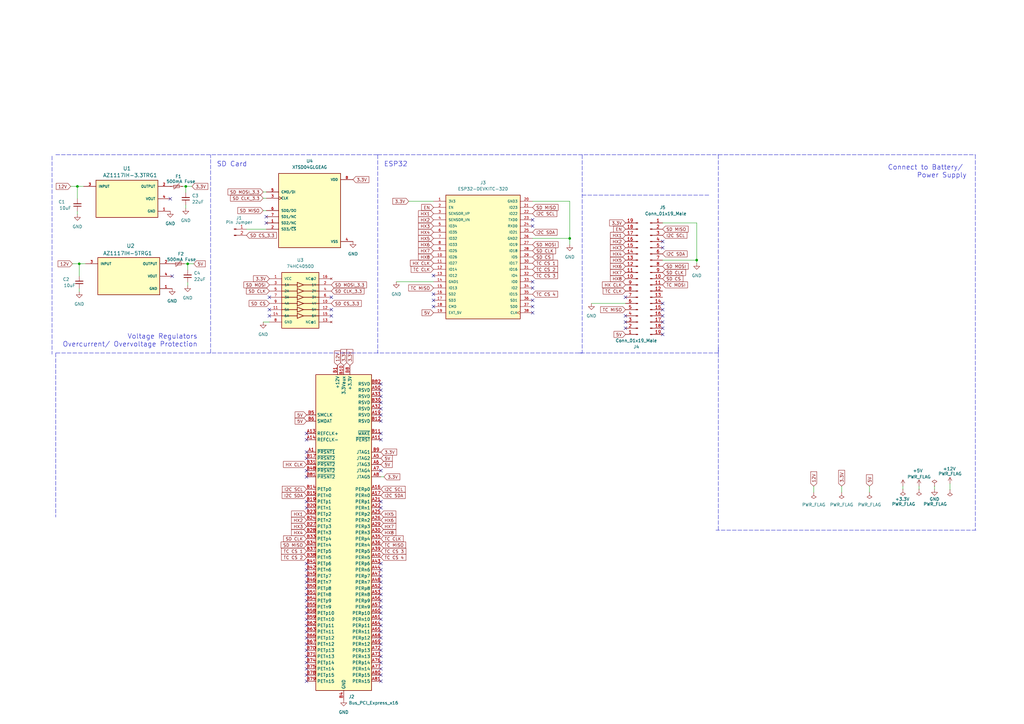
<source format=kicad_sch>
(kicad_sch (version 20211123) (generator eeschema)
  (paper "A3")
  (lib_symbols
    (symbol "AZ1117IH-3.3TRG1:AZ1117IH-3.3TRG1" (pin_names (offset 1.016))
      (property "Reference" "U" (at -12.7 8.128 0))
      (property "Value" "AZ1117IH-3.3TRG1" (at -12.7 -10.16 0))
      (symbol "AZ1117IH-3.3TRG1_0_0"
        (pin power_in line (at 17.78 -5.08 180) (length 5.08) (name "GND") (number "1"))
        (pin output line (at 17.78 5.08 180) (length 5.08) (name "OUTPUT") (number "2"))
        (pin input line (at -17.78 5.08 0) (length 5.08) (name "INPUT") (number "3"))
        (pin output line (at 17.78 0 180) (length 5.08) (name "VOUT") (number "4"))
      )
    )
    (symbol "Buf_74HC4050D:74HC4050D" (pin_names (offset 1.016))
      (property "Reference" "U" (at -7.38 11.9607 0))
      (property "Value" "74HC4050D" (at -7.6329 -13.7392 0))
      (symbol "74HC4050D_0_0"
        (pin power_in line (at -12.7 8.89 0) (length 5.08) (name "VCC") (number "1"))
        (pin output line (at 12.7 -1.27 180) (length 5.08) (name "4Y") (number "10"))
        (pin input line (at -12.7 -3.81 0) (length 5.08) (name "5A") (number "11"))
        (pin output line (at 12.7 -3.81 180) (length 5.08) (name "5Y") (number "12"))
        (pin no_connect line (at 12.7 -8.89 180) (length 5.08) (name "NC@1") (number "13"))
        (pin input line (at -12.7 -6.35 0) (length 5.08) (name "6A") (number "14"))
        (pin output line (at 12.7 -6.35 180) (length 5.08) (name "6Y") (number "15"))
        (pin no_connect line (at 12.7 8.89 180) (length 5.08) (name "NC@2") (number "16"))
        (pin output line (at 12.7 6.35 180) (length 5.08) (name "1Y") (number "2"))
        (pin input line (at -12.7 6.35 0) (length 5.08) (name "1A") (number "3"))
        (pin output line (at 12.7 3.81 180) (length 5.08) (name "2Y") (number "4"))
        (pin input line (at -12.7 3.81 0) (length 5.08) (name "2A") (number "5"))
        (pin output line (at 12.7 1.27 180) (length 5.08) (name "3Y") (number "6"))
        (pin input line (at -12.7 1.27 0) (length 5.08) (name "3A") (number "7"))
        (pin power_in line (at -12.7 -8.89 0) (length 5.08) (name "GND") (number "8"))
        (pin input line (at -12.7 -1.27 0) (length 5.08) (name "4A") (number "9"))
      )
    )
    (symbol "Connector:Bus_PCI_Express_x16"
      (property "Reference" "J" (at -8.89 66.04 0))
      (property "Value" "Bus_PCI_Express_x16" (at 13.97 66.04 0))
      (symbol "Bus_PCI_Express_x16_1_1"
        (pin passive line (at -15.24 33.02 0) (length 3.81) (name "~{PRSNT1}") (number "A1"))
        (pin passive line (at 2.54 68.58 270) (length 3.81) hide (name "+3.3V") (number "A10"))
        (pin input line (at 15.24 38.1 180) (length 3.81) (name "~{PERST}") (number "A11"))
        (pin passive line (at 0 -68.58 90) (length 3.81) hide (name "GND") (number "A12"))
        (pin input line (at -15.24 40.64 0) (length 3.81) (name "REFCLK+") (number "A13"))
        (pin input line (at -15.24 38.1 0) (length 3.81) (name "REFCLK-") (number "A14"))
        (pin passive line (at 0 -68.58 90) (length 3.81) hide (name "GND") (number "A15"))
        (pin output line (at 15.24 17.78 180) (length 3.81) (name "PERp0") (number "A16"))
        (pin output line (at 15.24 15.24 180) (length 3.81) (name "PERn0") (number "A17"))
        (pin passive line (at 0 -68.58 90) (length 3.81) hide (name "GND") (number "A18"))
        (pin passive line (at 15.24 48.26 180) (length 3.81) (name "RSVD") (number "A19"))
        (pin passive line (at -2.54 68.58 270) (length 3.81) hide (name "+12V") (number "A2"))
        (pin passive line (at 0 -68.58 90) (length 3.81) hide (name "GND") (number "A20"))
        (pin output line (at 15.24 12.7 180) (length 3.81) (name "PERp1") (number "A21"))
        (pin output line (at 15.24 10.16 180) (length 3.81) (name "PERn1") (number "A22"))
        (pin passive line (at 0 -68.58 90) (length 3.81) hide (name "GND") (number "A23"))
        (pin passive line (at 0 -68.58 90) (length 3.81) hide (name "GND") (number "A24"))
        (pin output line (at 15.24 7.62 180) (length 3.81) (name "PERp2") (number "A25"))
        (pin output line (at 15.24 5.08 180) (length 3.81) (name "PERn2") (number "A26"))
        (pin passive line (at 0 -68.58 90) (length 3.81) hide (name "GND") (number "A27"))
        (pin passive line (at 0 -68.58 90) (length 3.81) hide (name "GND") (number "A28"))
        (pin output line (at 15.24 2.54 180) (length 3.81) (name "PERp3") (number "A29"))
        (pin passive line (at -2.54 68.58 270) (length 3.81) hide (name "+12V") (number "A3"))
        (pin output line (at 15.24 0 180) (length 3.81) (name "PERn3") (number "A30"))
        (pin passive line (at 0 -68.58 90) (length 3.81) hide (name "GND") (number "A31"))
        (pin passive line (at 15.24 50.8 180) (length 3.81) (name "RSVD") (number "A32"))
        (pin passive line (at 15.24 55.88 180) (length 3.81) (name "RSVD") (number "A33"))
        (pin passive line (at 0 -68.58 90) (length 3.81) hide (name "GND") (number "A34"))
        (pin output line (at 15.24 -2.54 180) (length 3.81) (name "PERp4") (number "A35"))
        (pin output line (at 15.24 -5.08 180) (length 3.81) (name "PERn4") (number "A36"))
        (pin passive line (at 0 -68.58 90) (length 3.81) hide (name "GND") (number "A37"))
        (pin passive line (at 0 -68.58 90) (length 3.81) hide (name "GND") (number "A38"))
        (pin output line (at 15.24 -7.62 180) (length 3.81) (name "PERp5") (number "A39"))
        (pin passive line (at 0 -68.58 90) (length 3.81) hide (name "GND") (number "A4"))
        (pin output line (at 15.24 -10.16 180) (length 3.81) (name "PERn5") (number "A40"))
        (pin passive line (at 0 -68.58 90) (length 3.81) hide (name "GND") (number "A41"))
        (pin passive line (at 0 -68.58 90) (length 3.81) hide (name "GND") (number "A42"))
        (pin output line (at 15.24 -12.7 180) (length 3.81) (name "PERp6") (number "A43"))
        (pin output line (at 15.24 -15.24 180) (length 3.81) (name "PERn6") (number "A44"))
        (pin passive line (at 0 -68.58 90) (length 3.81) hide (name "GND") (number "A45"))
        (pin passive line (at 0 -68.58 90) (length 3.81) hide (name "GND") (number "A46"))
        (pin output line (at 15.24 -17.78 180) (length 3.81) (name "PERp7") (number "A47"))
        (pin output line (at 15.24 -20.32 180) (length 3.81) (name "PERn7") (number "A48"))
        (pin passive line (at 0 -68.58 90) (length 3.81) hide (name "GND") (number "A49"))
        (pin input line (at 15.24 30.48 180) (length 3.81) (name "JTAG2") (number "A5"))
        (pin passive line (at 15.24 58.42 180) (length 3.81) (name "RSVD") (number "A50"))
        (pin passive line (at 0 -68.58 90) (length 3.81) hide (name "GND") (number "A51"))
        (pin output line (at 15.24 -22.86 180) (length 3.81) (name "PERp8") (number "A52"))
        (pin output line (at 15.24 -25.4 180) (length 3.81) (name "PERn8") (number "A53"))
        (pin passive line (at 0 -68.58 90) (length 3.81) hide (name "GND") (number "A54"))
        (pin passive line (at 0 -68.58 90) (length 3.81) hide (name "GND") (number "A55"))
        (pin output line (at 15.24 -27.94 180) (length 3.81) (name "PERp9") (number "A56"))
        (pin output line (at 15.24 -30.48 180) (length 3.81) (name "PERn9") (number "A57"))
        (pin passive line (at 0 -68.58 90) (length 3.81) hide (name "GND") (number "A58"))
        (pin passive line (at 0 -68.58 90) (length 3.81) hide (name "GND") (number "A59"))
        (pin input line (at 15.24 27.94 180) (length 3.81) (name "JTAG3") (number "A6"))
        (pin output line (at 15.24 -33.02 180) (length 3.81) (name "PERp10") (number "A60"))
        (pin output line (at 15.24 -35.56 180) (length 3.81) (name "PERn10") (number "A61"))
        (pin passive line (at 0 -68.58 90) (length 3.81) hide (name "GND") (number "A62"))
        (pin passive line (at 0 -68.58 90) (length 3.81) hide (name "GND") (number "A63"))
        (pin output line (at 15.24 -38.1 180) (length 3.81) (name "PERp11") (number "A64"))
        (pin output line (at 15.24 -40.64 180) (length 3.81) (name "PERn11") (number "A65"))
        (pin passive line (at 0 -68.58 90) (length 3.81) hide (name "GND") (number "A66"))
        (pin passive line (at 0 -68.58 90) (length 3.81) hide (name "GND") (number "A67"))
        (pin output line (at 15.24 -43.18 180) (length 3.81) (name "PERp12") (number "A68"))
        (pin output line (at 15.24 -45.72 180) (length 3.81) (name "PERn12") (number "A69"))
        (pin output line (at 15.24 25.4 180) (length 3.81) (name "JTAG4") (number "A7"))
        (pin passive line (at 0 -68.58 90) (length 3.81) hide (name "GND") (number "A70"))
        (pin passive line (at 0 -68.58 90) (length 3.81) hide (name "GND") (number "A71"))
        (pin output line (at 15.24 -48.26 180) (length 3.81) (name "PERp13") (number "A72"))
        (pin output line (at 15.24 -50.8 180) (length 3.81) (name "PERn13") (number "A73"))
        (pin passive line (at 0 -68.58 90) (length 3.81) hide (name "GND") (number "A74"))
        (pin passive line (at 0 -68.58 90) (length 3.81) hide (name "GND") (number "A75"))
        (pin output line (at 15.24 -53.34 180) (length 3.81) (name "PERp14") (number "A76"))
        (pin output line (at 15.24 -55.88 180) (length 3.81) (name "PERn14") (number "A77"))
        (pin passive line (at 0 -68.58 90) (length 3.81) hide (name "GND") (number "A78"))
        (pin passive line (at 0 -68.58 90) (length 3.81) hide (name "GND") (number "A79"))
        (pin input line (at 15.24 22.86 180) (length 3.81) (name "JTAG5") (number "A8"))
        (pin output line (at 15.24 -58.42 180) (length 3.81) (name "PERp15") (number "A80"))
        (pin output line (at 15.24 -60.96 180) (length 3.81) (name "PERn15") (number "A81"))
        (pin passive line (at 0 -68.58 90) (length 3.81) hide (name "GND") (number "A82"))
        (pin passive line (at 2.54 68.58 270) (length 3.81) hide (name "+3.3V") (number "A9"))
        (pin power_in line (at -2.54 68.58 270) (length 3.81) (name "+12V") (number "B1"))
        (pin power_in line (at 0 68.58 270) (length 3.81) (name "3.3Vaux") (number "B10"))
        (pin open_collector line (at 15.24 40.64 180) (length 3.81) (name "~{WAKE}") (number "B11"))
        (pin passive line (at 15.24 45.72 180) (length 3.81) (name "RSVD") (number "B12"))
        (pin passive line (at 0 -68.58 90) (length 3.81) hide (name "GND") (number "B13"))
        (pin input line (at -15.24 17.78 0) (length 3.81) (name "PETp0") (number "B14"))
        (pin input line (at -15.24 15.24 0) (length 3.81) (name "PETn0") (number "B15"))
        (pin passive line (at 0 -68.58 90) (length 3.81) hide (name "GND") (number "B16"))
        (pin passive line (at -15.24 30.48 0) (length 3.81) (name "~{PRSNT2}") (number "B17"))
        (pin passive line (at 0 -68.58 90) (length 3.81) hide (name "GND") (number "B18"))
        (pin input line (at -15.24 12.7 0) (length 3.81) (name "PETp1") (number "B19"))
        (pin passive line (at -2.54 68.58 270) (length 3.81) hide (name "+12V") (number "B2"))
        (pin input line (at -15.24 10.16 0) (length 3.81) (name "PETn1") (number "B20"))
        (pin passive line (at 0 -68.58 90) (length 3.81) hide (name "GND") (number "B21"))
        (pin passive line (at 0 -68.58 90) (length 3.81) hide (name "GND") (number "B22"))
        (pin input line (at -15.24 7.62 0) (length 3.81) (name "PETp2") (number "B23"))
        (pin input line (at -15.24 5.08 0) (length 3.81) (name "PETn2") (number "B24"))
        (pin passive line (at 0 -68.58 90) (length 3.81) hide (name "GND") (number "B25"))
        (pin passive line (at 0 -68.58 90) (length 3.81) hide (name "GND") (number "B26"))
        (pin input line (at -15.24 2.54 0) (length 3.81) (name "PETp3") (number "B27"))
        (pin input line (at -15.24 0 0) (length 3.81) (name "PETn3") (number "B28"))
        (pin passive line (at 0 -68.58 90) (length 3.81) hide (name "GND") (number "B29"))
        (pin passive line (at -2.54 68.58 270) (length 3.81) hide (name "+12V") (number "B3"))
        (pin passive line (at 15.24 53.34 180) (length 3.81) (name "RSVD") (number "B30"))
        (pin passive line (at -15.24 27.94 0) (length 3.81) (name "~{PRSNT2}") (number "B31"))
        (pin passive line (at 0 -68.58 90) (length 3.81) hide (name "GND") (number "B32"))
        (pin input line (at -15.24 -2.54 0) (length 3.81) (name "PETp4") (number "B33"))
        (pin input line (at -15.24 -5.08 0) (length 3.81) (name "PETn4") (number "B34"))
        (pin passive line (at 0 -68.58 90) (length 3.81) hide (name "GND") (number "B35"))
        (pin passive line (at 0 -68.58 90) (length 3.81) hide (name "GND") (number "B36"))
        (pin input line (at -15.24 -7.62 0) (length 3.81) (name "PETp5") (number "B37"))
        (pin input line (at -15.24 -10.16 0) (length 3.81) (name "PETn5") (number "B38"))
        (pin passive line (at 0 -68.58 90) (length 3.81) hide (name "GND") (number "B39"))
        (pin power_in line (at 0 -68.58 90) (length 3.81) (name "GND") (number "B4"))
        (pin passive line (at 0 -68.58 90) (length 3.81) hide (name "GND") (number "B40"))
        (pin input line (at -15.24 -12.7 0) (length 3.81) (name "PETp6") (number "B41"))
        (pin input line (at -15.24 -15.24 0) (length 3.81) (name "PETn6") (number "B42"))
        (pin passive line (at 0 -68.58 90) (length 3.81) hide (name "GND") (number "B43"))
        (pin passive line (at 0 -68.58 90) (length 3.81) hide (name "GND") (number "B44"))
        (pin input line (at -15.24 -17.78 0) (length 3.81) (name "PETp7") (number "B45"))
        (pin input line (at -15.24 -20.32 0) (length 3.81) (name "PETn7") (number "B46"))
        (pin passive line (at 0 -68.58 90) (length 3.81) hide (name "GND") (number "B47"))
        (pin passive line (at -15.24 25.4 0) (length 3.81) (name "~{PRSNT2}") (number "B48"))
        (pin passive line (at 0 -68.58 90) (length 3.81) hide (name "GND") (number "B49"))
        (pin input line (at -15.24 48.26 0) (length 3.81) (name "SMCLK") (number "B5"))
        (pin input line (at -15.24 -22.86 0) (length 3.81) (name "PETp8") (number "B50"))
        (pin input line (at -15.24 -25.4 0) (length 3.81) (name "PETn8") (number "B51"))
        (pin passive line (at 0 -68.58 90) (length 3.81) hide (name "GND") (number "B52"))
        (pin passive line (at 0 -68.58 90) (length 3.81) hide (name "GND") (number "B53"))
        (pin input line (at -15.24 -27.94 0) (length 3.81) (name "PETp9") (number "B54"))
        (pin input line (at -15.24 -30.48 0) (length 3.81) (name "PETn9") (number "B55"))
        (pin passive line (at 0 -68.58 90) (length 3.81) hide (name "GND") (number "B56"))
        (pin passive line (at 0 -68.58 90) (length 3.81) hide (name "GND") (number "B57"))
        (pin input line (at -15.24 -33.02 0) (length 3.81) (name "PETp10") (number "B58"))
        (pin input line (at -15.24 -35.56 0) (length 3.81) (name "PETn10") (number "B59"))
        (pin bidirectional line (at -15.24 45.72 0) (length 3.81) (name "SMDAT") (number "B6"))
        (pin passive line (at 0 -68.58 90) (length 3.81) hide (name "GND") (number "B60"))
        (pin passive line (at 0 -68.58 90) (length 3.81) hide (name "GND") (number "B61"))
        (pin input line (at -15.24 -38.1 0) (length 3.81) (name "PETp11") (number "B62"))
        (pin input line (at -15.24 -40.64 0) (length 3.81) (name "PETn11") (number "B63"))
        (pin passive line (at 0 -68.58 90) (length 3.81) hide (name "GND") (number "B64"))
        (pin passive line (at 0 -68.58 90) (length 3.81) hide (name "GND") (number "B65"))
        (pin input line (at -15.24 -43.18 0) (length 3.81) (name "PETp12") (number "B66"))
        (pin input line (at -15.24 -45.72 0) (length 3.81) (name "PETn12") (number "B67"))
        (pin passive line (at 0 -68.58 90) (length 3.81) hide (name "GND") (number "B68"))
        (pin passive line (at 0 -68.58 90) (length 3.81) hide (name "GND") (number "B69"))
        (pin passive line (at 0 -68.58 90) (length 3.81) hide (name "GND") (number "B7"))
        (pin input line (at -15.24 -48.26 0) (length 3.81) (name "PETp13") (number "B70"))
        (pin input line (at -15.24 -50.8 0) (length 3.81) (name "PETn13") (number "B71"))
        (pin passive line (at 0 -68.58 90) (length 3.81) hide (name "GND") (number "B72"))
        (pin passive line (at 0 -68.58 90) (length 3.81) hide (name "GND") (number "B73"))
        (pin input line (at -15.24 -53.34 0) (length 3.81) (name "PETp14") (number "B74"))
        (pin input line (at -15.24 -55.88 0) (length 3.81) (name "PETn14") (number "B75"))
        (pin passive line (at 0 -68.58 90) (length 3.81) hide (name "GND") (number "B76"))
        (pin passive line (at 0 -68.58 90) (length 3.81) hide (name "GND") (number "B77"))
        (pin input line (at -15.24 -58.42 0) (length 3.81) (name "PETp15") (number "B78"))
        (pin input line (at -15.24 -60.96 0) (length 3.81) (name "PETn15") (number "B79"))
        (pin power_in line (at 2.54 68.58 270) (length 3.81) (name "+3.3V") (number "B8"))
        (pin passive line (at 0 -68.58 90) (length 3.81) hide (name "GND") (number "B80"))
        (pin passive line (at -15.24 22.86 0) (length 3.81) (name "~{PRSNT2}") (number "B81"))
        (pin passive line (at 15.24 60.96 180) (length 3.81) (name "RSVD") (number "B82"))
        (pin input line (at 15.24 33.02 180) (length 3.81) (name "JTAG1") (number "B9"))
      )
    )
    (symbol "Connector:Conn_01x02_Male" (pin_names (offset 1.016) hide)
      (property "Reference" "J" (at 0 2.54 0))
      (property "Value" "Conn_01x02_Male" (at 0 -5.08 0))
      (symbol "Conn_01x02_Male_1_1"
        (pin passive line (at 5.08 0 180) (length 3.81) (name "Pin_1") (number "1"))
        (pin passive line (at 5.08 -2.54 180) (length 3.81) (name "Pin_2") (number "2"))
      )
    )
    (symbol "Connector:Conn_01x19_Male" (pin_names (offset 1.016) hide)
      (property "Reference" "J" (at 0 25.4 0))
      (property "Value" "Conn_01x19_Male" (at 0 -25.4 0))
      (symbol "Conn_01x19_Male_1_1"
        (pin passive line (at 5.08 22.86 180) (length 3.81) (name "Pin_1") (number "1"))
        (pin passive line (at 5.08 0 180) (length 3.81) (name "Pin_10") (number "10"))
        (pin passive line (at 5.08 -2.54 180) (length 3.81) (name "Pin_11") (number "11"))
        (pin passive line (at 5.08 -5.08 180) (length 3.81) (name "Pin_12") (number "12"))
        (pin passive line (at 5.08 -7.62 180) (length 3.81) (name "Pin_13") (number "13"))
        (pin passive line (at 5.08 -10.16 180) (length 3.81) (name "Pin_14") (number "14"))
        (pin passive line (at 5.08 -12.7 180) (length 3.81) (name "Pin_15") (number "15"))
        (pin passive line (at 5.08 -15.24 180) (length 3.81) (name "Pin_16") (number "16"))
        (pin passive line (at 5.08 -17.78 180) (length 3.81) (name "Pin_17") (number "17"))
        (pin passive line (at 5.08 -20.32 180) (length 3.81) (name "Pin_18") (number "18"))
        (pin passive line (at 5.08 -22.86 180) (length 3.81) (name "Pin_19") (number "19"))
        (pin passive line (at 5.08 20.32 180) (length 3.81) (name "Pin_2") (number "2"))
        (pin passive line (at 5.08 17.78 180) (length 3.81) (name "Pin_3") (number "3"))
        (pin passive line (at 5.08 15.24 180) (length 3.81) (name "Pin_4") (number "4"))
        (pin passive line (at 5.08 12.7 180) (length 3.81) (name "Pin_5") (number "5"))
        (pin passive line (at 5.08 10.16 180) (length 3.81) (name "Pin_6") (number "6"))
        (pin passive line (at 5.08 7.62 180) (length 3.81) (name "Pin_7") (number "7"))
        (pin passive line (at 5.08 5.08 180) (length 3.81) (name "Pin_8") (number "8"))
        (pin passive line (at 5.08 2.54 180) (length 3.81) (name "Pin_9") (number "9"))
      )
    )
    (symbol "Device:C_Small" (pin_numbers hide) (pin_names (offset 0.254) hide)
      (property "Reference" "C" (at 0.254 1.778 0))
      (property "Value" "C_Small" (at 0.254 -2.032 0))
      (symbol "C_Small_1_1"
        (pin passive line (at 0 2.54 270) (length 2.032) (name "~") (number "1"))
        (pin passive line (at 0 -2.54 90) (length 2.032) (name "~") (number "2"))
      )
    )
    (symbol "Device:Polyfuse_Small" (pin_numbers hide) (pin_names (offset 0))
      (property "Reference" "F" (at -1.905 0 90))
      (property "Value" "Polyfuse_Small" (at 1.905 0 90))
      (symbol "Polyfuse_Small_1_1"
        (pin passive line (at 0 2.54 270) (length 0.635) (name "~") (number "1"))
        (pin passive line (at 0 -2.54 90) (length 0.635) (name "~") (number "2"))
      )
    )
    (symbol "ESP32:ESP32-DEVKITC-32D" (pin_names (offset 1.016))
      (property "Reference" "U" (at -15.2654 26.0604 0))
      (property "Value" "ESP32-DEVKITC-32D" (at -15.2654 -27.9654 0))
      (symbol "ESP32-DEVKITC-32D_0_0"
        (pin power_in line (at -20.32 22.86 0) (length 5.08) (name "3V3") (number "1"))
        (pin bidirectional line (at -20.32 0 0) (length 5.08) (name "IO26") (number "10"))
        (pin bidirectional line (at -20.32 -2.54 0) (length 5.08) (name "IO27") (number "11"))
        (pin bidirectional line (at -20.32 -5.08 0) (length 5.08) (name "IO14") (number "12"))
        (pin bidirectional line (at -20.32 -7.62 0) (length 5.08) (name "IO12") (number "13"))
        (pin power_in line (at -20.32 -10.16 0) (length 5.08) (name "GND1") (number "14"))
        (pin bidirectional line (at -20.32 -12.7 0) (length 5.08) (name "IO13") (number "15"))
        (pin bidirectional line (at -20.32 -15.24 0) (length 5.08) (name "SD2") (number "16"))
        (pin bidirectional line (at -20.32 -17.78 0) (length 5.08) (name "SD3") (number "17"))
        (pin bidirectional line (at -20.32 -20.32 0) (length 5.08) (name "CMD") (number "18"))
        (pin power_in line (at -20.32 -22.86 0) (length 5.08) (name "EXT_5V") (number "19"))
        (pin input line (at -20.32 20.32 0) (length 5.08) (name "EN") (number "2"))
        (pin power_in line (at 20.32 22.86 180) (length 5.08) (name "GND3") (number "20"))
        (pin bidirectional line (at 20.32 20.32 180) (length 5.08) (name "IO23") (number "21"))
        (pin bidirectional line (at 20.32 17.78 180) (length 5.08) (name "IO22") (number "22"))
        (pin output line (at 20.32 15.24 180) (length 5.08) (name "TXD0") (number "23"))
        (pin input line (at 20.32 12.7 180) (length 5.08) (name "RXD0") (number "24"))
        (pin bidirectional line (at 20.32 10.16 180) (length 5.08) (name "IO21") (number "25"))
        (pin power_in line (at 20.32 7.62 180) (length 5.08) (name "GND2") (number "26"))
        (pin bidirectional line (at 20.32 5.08 180) (length 5.08) (name "IO19") (number "27"))
        (pin bidirectional line (at 20.32 2.54 180) (length 5.08) (name "IO18") (number "28"))
        (pin bidirectional line (at 20.32 0 180) (length 5.08) (name "IO5") (number "29"))
        (pin input line (at -20.32 17.78 0) (length 5.08) (name "SENSOR_VP") (number "3"))
        (pin bidirectional line (at 20.32 -2.54 180) (length 5.08) (name "IO17") (number "30"))
        (pin bidirectional line (at 20.32 -5.08 180) (length 5.08) (name "IO16") (number "31"))
        (pin bidirectional line (at 20.32 -7.62 180) (length 5.08) (name "IO4") (number "32"))
        (pin bidirectional line (at 20.32 -10.16 180) (length 5.08) (name "IO0") (number "33"))
        (pin bidirectional line (at 20.32 -12.7 180) (length 5.08) (name "IO2") (number "34"))
        (pin bidirectional line (at 20.32 -15.24 180) (length 5.08) (name "IO15") (number "35"))
        (pin bidirectional line (at 20.32 -17.78 180) (length 5.08) (name "SD1") (number "36"))
        (pin bidirectional line (at 20.32 -20.32 180) (length 5.08) (name "SD0") (number "37"))
        (pin input clock (at 20.32 -22.86 180) (length 5.08) (name "CLK") (number "38"))
        (pin input line (at -20.32 15.24 0) (length 5.08) (name "SENSOR_VN") (number "4"))
        (pin bidirectional line (at -20.32 12.7 0) (length 5.08) (name "IO34") (number "5"))
        (pin bidirectional line (at -20.32 10.16 0) (length 5.08) (name "IO35") (number "6"))
        (pin bidirectional line (at -20.32 7.62 0) (length 5.08) (name "IO32") (number "7"))
        (pin bidirectional line (at -20.32 5.08 0) (length 5.08) (name "IO33") (number "8"))
        (pin bidirectional line (at -20.32 2.54 0) (length 5.08) (name "IO25") (number "9"))
      )
    )
    (symbol "GND_1" (power) (pin_names (offset 0))
      (property "Value" "GND_1" (at 0 -3.81 0))
      (symbol "GND_1_1_1"
        (pin power_in line (at 0 0 270) (length 0) hide (name "GND") (number "1"))
      )
    )
    (symbol "GND_10" (power) (pin_names (offset 0))
      (property "Value" "GND_10" (at 0 -3.81 0))
      (symbol "GND_10_1_1"
        (pin power_in line (at 0 0 270) (length 0) hide (name "GND") (number "1"))
      )
    )
    (symbol "GND_11" (power) (pin_names (offset 0))
      (property "Value" "GND_11" (at 0 -3.81 0))
      (symbol "GND_11_1_1"
        (pin power_in line (at 0 0 270) (length 0) hide (name "GND") (number "1"))
      )
    )
    (symbol "GND_12" (power) (pin_names (offset 0))
      (property "Value" "GND_12" (at 0 -3.81 0))
      (symbol "GND_12_1_1"
        (pin power_in line (at 0 0 270) (length 0) hide (name "GND") (number "1"))
      )
    )
    (symbol "GND_13" (power) (pin_names (offset 0))
      (property "Value" "GND_13" (at 0 -3.81 0))
      (symbol "GND_13_1_1"
        (pin power_in line (at 0 0 270) (length 0) hide (name "GND") (number "1"))
      )
    )
    (symbol "GND_2" (power) (pin_names (offset 0))
      (property "Value" "GND_2" (at 0 -3.81 0))
      (symbol "GND_2_1_1"
        (pin power_in line (at 0 0 270) (length 0) hide (name "GND") (number "1"))
      )
    )
    (symbol "GND_3" (power) (pin_names (offset 0))
      (property "Value" "GND_3" (at 0 -3.81 0))
      (symbol "GND_3_1_1"
        (pin power_in line (at 0 0 270) (length 0) hide (name "GND") (number "1"))
      )
    )
    (symbol "GND_4" (power) (pin_names (offset 0))
      (property "Value" "GND_4" (at 0 -3.81 0))
      (symbol "GND_4_1_1"
        (pin power_in line (at 0 0 270) (length 0) hide (name "GND") (number "1"))
      )
    )
    (symbol "GND_5" (power) (pin_names (offset 0))
      (property "Value" "GND_5" (at 0 -3.81 0))
      (symbol "GND_5_1_1"
        (pin power_in line (at 0 0 270) (length 0) hide (name "GND") (number "1"))
      )
    )
    (symbol "GND_6" (power) (pin_names (offset 0))
      (property "Value" "GND_6" (at 0 -3.81 0))
      (symbol "GND_6_1_1"
        (pin power_in line (at 0 0 270) (length 0) hide (name "GND") (number "1"))
      )
    )
    (symbol "GND_7" (power) (pin_names (offset 0))
      (property "Value" "GND_7" (at 0 -3.81 0))
      (symbol "GND_7_1_1"
        (pin power_in line (at 0 0 270) (length 0) hide (name "GND") (number "1"))
      )
    )
    (symbol "GND_8" (power) (pin_names (offset 0))
      (property "Value" "GND_8" (at 0 -3.81 0))
      (symbol "GND_8_1_1"
        (pin power_in line (at 0 0 270) (length 0) hide (name "GND") (number "1"))
      )
    )
    (symbol "GND_9" (power) (pin_names (offset 0))
      (property "Value" "GND_9" (at 0 -3.81 0))
      (symbol "GND_9_1_1"
        (pin power_in line (at 0 0 270) (length 0) hide (name "GND") (number "1"))
      )
    )
    (symbol "XTSD_NAND:XTSD04GLGEAG" (pin_names (offset 1.016))
      (property "Reference" "U" (at -12.7 16.002 0))
      (property "Value" "XTSD04GLGEAG" (at -12.7 -17.78 0))
      (symbol "XTSD04GLGEAG_0_0"
        (pin bidirectional line (at -17.78 -5.08 0) (length 5.08) (name "SD2/NC") (number "1"))
        (pin bidirectional line (at -17.78 -7.62 0) (length 5.08) (name "SD3/~{CS}") (number "2"))
        (pin input clock (at -17.78 5.08 0) (length 5.08) (name "CLK") (number "3"))
        (pin power_in line (at 17.78 -12.7 180) (length 5.08) (name "VSS") (number "4"))
        (pin input line (at -17.78 7.62 0) (length 5.08) (name "CMD/DI") (number "5"))
        (pin bidirectional line (at -17.78 0 0) (length 5.08) (name "SD0/DO") (number "6"))
        (pin bidirectional line (at -17.78 -2.54 0) (length 5.08) (name "SD1/NC") (number "7"))
        (pin power_in line (at 17.78 12.7 180) (length 5.08) (name "VDD") (number "8"))
      )
    )
    (symbol "power:+12V" (power) (pin_names (offset 0))
      (property "Value" "+12V" (at 0 3.556 0))
      (symbol "+12V_1_1"
        (pin power_in line (at 0 0 90) (length 0) hide (name "+12V") (number "1"))
      )
    )
    (symbol "power:+3.3V" (power) (pin_names (offset 0))
      (property "Value" "+3.3V" (at 0 3.556 0))
      (symbol "+3.3V_1_1"
        (pin power_in line (at 0 0 90) (length 0) hide (name "+3.3V") (number "1"))
      )
    )
    (symbol "power:+5V" (power) (pin_names (offset 0))
      (property "Value" "+5V" (at 0 3.556 0))
      (symbol "+5V_1_1"
        (pin power_in line (at 0 0 90) (length 0) hide (name "+5V") (number "1"))
      )
    )
    (symbol "power:GND" (power) (pin_names (offset 0))
      (property "Value" "GND" (at 0 -3.81 0))
      (symbol "GND_1_1"
        (pin power_in line (at 0 0 270) (length 0) hide (name "GND") (number "1"))
      )
    )
    (symbol "power:PWR_FLAG" (power) (pin_numbers hide) (pin_names (offset 0) hide)
      (property "Value" "PWR_FLAG" (at 0 3.81 0))
      (symbol "PWR_FLAG_0_0"
        (pin power_out line (at 0 0 90) (length 0) (name "pwr") (number "1"))
      )
    )
  )
  (junction (at 31.75 76.454))
  (junction (at 32.512 108.204))
  (junction (at 76.962 108.204))
  (junction (at 285.75 106.68))
  (junction (at 233.68 97.79))
  (junction (at 76.2 76.454))
  (no_connect (at 125.73 254))
  (no_connect (at 271.78 99.06))
  (no_connect (at 256.54 134.62))
  (no_connect (at 135.89 121.92))
  (no_connect (at 125.73 231.14))
  (no_connect (at 156.21 264.16))
  (no_connect (at 125.73 193.04))
  (no_connect (at 256.54 132.08))
  (no_connect (at 125.73 187.96))
  (no_connect (at 125.73 233.68))
  (no_connect (at 271.78 129.54))
  (no_connect (at 271.78 101.6))
  (no_connect (at 177.8 125.73))
  (no_connect (at 125.73 177.8))
  (no_connect (at 125.73 269.24))
  (no_connect (at 156.21 269.24))
  (no_connect (at 125.73 205.74))
  (no_connect (at 256.54 121.92))
  (no_connect (at 156.21 167.64))
  (no_connect (at 218.44 128.27))
  (no_connect (at 156.21 236.22))
  (no_connect (at 218.44 90.17))
  (no_connect (at 125.73 238.76))
  (no_connect (at 156.21 256.54))
  (no_connect (at 125.73 208.28))
  (no_connect (at 218.44 92.71))
  (no_connect (at 156.21 251.46))
  (no_connect (at 156.21 177.8))
  (no_connect (at 135.89 127))
  (no_connect (at 156.21 279.4))
  (no_connect (at 271.78 134.62))
  (no_connect (at 125.73 236.22))
  (no_connect (at 125.73 266.7))
  (no_connect (at 218.44 125.73))
  (no_connect (at 125.73 243.84))
  (no_connect (at 156.21 241.3))
  (no_connect (at 156.21 172.72))
  (no_connect (at 156.21 193.04))
  (no_connect (at 156.21 208.28))
  (no_connect (at 177.8 123.19))
  (no_connect (at 110.49 127))
  (no_connect (at 271.78 127))
  (no_connect (at 125.73 248.92))
  (no_connect (at 177.8 113.03))
  (no_connect (at 156.21 180.34))
  (no_connect (at 125.73 251.46))
  (no_connect (at 110.49 129.54))
  (no_connect (at 271.78 124.46))
  (no_connect (at 156.21 248.92))
  (no_connect (at 271.78 132.08))
  (no_connect (at 156.21 271.78))
  (no_connect (at 156.21 205.74))
  (no_connect (at 156.21 162.56))
  (no_connect (at 156.21 170.18))
  (no_connect (at 125.73 274.32))
  (no_connect (at 70.612 113.284))
  (no_connect (at 218.44 123.19))
  (no_connect (at 218.44 118.11))
  (no_connect (at 109.22 88.9))
  (no_connect (at 177.8 120.65))
  (no_connect (at 125.73 271.78))
  (no_connect (at 156.21 246.38))
  (no_connect (at 125.73 246.38))
  (no_connect (at 156.21 254))
  (no_connect (at 125.73 180.34))
  (no_connect (at 156.21 274.32))
  (no_connect (at 156.21 276.86))
  (no_connect (at 156.21 238.76))
  (no_connect (at 218.44 115.57))
  (no_connect (at 156.21 160.02))
  (no_connect (at 110.49 121.92))
  (no_connect (at 156.21 165.1))
  (no_connect (at 156.21 231.14))
  (no_connect (at 125.73 185.42))
  (no_connect (at 156.21 259.08))
  (no_connect (at 125.73 264.16))
  (no_connect (at 109.22 91.44))
  (no_connect (at 125.73 279.4))
  (no_connect (at 125.73 261.62))
  (no_connect (at 135.89 129.54))
  (no_connect (at 156.21 157.48))
  (no_connect (at 156.21 266.7))
  (no_connect (at 156.21 243.84))
  (no_connect (at 125.73 241.3))
  (no_connect (at 125.73 256.54))
  (no_connect (at 125.73 195.58))
  (no_connect (at 156.21 233.68))
  (no_connect (at 125.73 276.86))
  (no_connect (at 69.85 81.534))
  (no_connect (at 271.78 137.16))
  (no_connect (at 156.21 261.62))
  (no_connect (at 256.54 129.54))
  (no_connect (at 125.73 259.08))
  (polyline (pts (xy 238.76 80.01) (xy 290.83 80.01)))
  (polyline (pts (xy 154.94 63.5) (xy 294.64 63.5)))
  (polyline (pts (xy 22.86 63.5) (xy 154.94 63.5)))
  (wire (pts (xy 101.092 93.98) (xy 109.22 93.98)))
  (wire (pts (xy 107.95 78.74) (xy 109.22 78.74)))
  (polyline (pts (xy 21.336 64.008) (xy 21.336 145.288)))
  (wire (pts (xy 271.78 91.44) (xy 285.75 91.44)))
  (wire (pts (xy 76.2 76.454) (xy 76.2 78.994)))
  (wire (pts (xy 233.68 100.33) (xy 233.68 97.79)))
  (polyline (pts (xy 294.64 63.5) (xy 294.64 144.78)))
  (wire (pts (xy 107.95 86.36) (xy 109.22 86.36)))
  (polyline (pts (xy 238.76 144.78) (xy 237.49 144.78)))
  (polyline (pts (xy 22.86 144.78) (xy 22.86 212.09)))
  (wire (pts (xy 32.512 108.204) (xy 35.052 108.204)))
  (wire (pts (xy 157.48 195.58) (xy 156.21 195.58)))
  (wire (pts (xy 370.332 200.66) (xy 370.332 199.39)))
  (wire (pts (xy 74.93 76.454) (xy 76.2 76.454)))
  (polyline (pts (xy 400.304 217.424) (xy 293.624 217.424)))
  (wire (pts (xy 383.286 199.39) (xy 383.286 200.66)))
  (wire (pts (xy 376.936 200.66) (xy 376.936 199.39)))
  (polyline (pts (xy 294.64 63.5) (xy 400.05 63.5)))
  (wire (pts (xy 32.512 118.364) (xy 32.512 119.634)))
  (wire (pts (xy 107.95 132.08) (xy 110.49 132.08)))
  (wire (pts (xy 218.44 82.55) (xy 233.68 82.55)))
  (wire (pts (xy 242.57 124.46) (xy 256.54 124.46)))
  (wire (pts (xy 333.756 199.39) (xy 333.756 201.93)))
  (wire (pts (xy 345.186 199.39) (xy 345.186 201.93)))
  (polyline (pts (xy 400.05 63.5) (xy 400.05 217.424)))
  (wire (pts (xy 76.962 108.204) (xy 76.962 110.744)))
  (wire (pts (xy 29.718 108.204) (xy 32.512 108.204)))
  (wire (pts (xy 76.962 115.824) (xy 76.962 117.094)))
  (wire (pts (xy 76.962 108.204) (xy 79.502 108.204)))
  (polyline (pts (xy 154.94 63.5) (xy 154.94 144.78)))
  (wire (pts (xy 28.956 76.454) (xy 31.75 76.454)))
  (wire (pts (xy 107.95 81.28) (xy 109.22 81.28)))
  (wire (pts (xy 285.75 91.44) (xy 285.75 106.68)))
  (wire (pts (xy 31.75 86.614) (xy 31.75 87.884)))
  (wire (pts (xy 162.56 115.57) (xy 177.8 115.57)))
  (polyline (pts (xy 294.64 144.78) (xy 154.94 144.78)))
  (polyline (pts (xy 86.36 144.78) (xy 86.36 63.5)))
  (wire (pts (xy 285.75 107.95) (xy 285.75 106.68)))
  (polyline (pts (xy 294.64 217.424) (xy 294.64 142.24)))
  (wire (pts (xy 271.78 106.68) (xy 285.75 106.68)))
  (wire (pts (xy 356.616 199.39) (xy 356.616 201.93)))
  (wire (pts (xy 167.64 82.55) (xy 177.8 82.55)))
  (wire (pts (xy 31.75 76.454) (xy 31.75 81.534)))
  (wire (pts (xy 233.68 82.55) (xy 233.68 97.79)))
  (wire (pts (xy 389.636 198.374) (xy 389.636 200.914)))
  (wire (pts (xy 32.512 108.204) (xy 32.512 113.284)))
  (polyline (pts (xy 238.76 63.5) (xy 238.76 144.78)))
  (wire (pts (xy 218.44 97.79) (xy 233.68 97.79)))
  (wire (pts (xy 76.2 76.454) (xy 78.74 76.454)))
  (wire (pts (xy 31.75 76.454) (xy 34.29 76.454)))
  (polyline (pts (xy 154.94 144.78) (xy 22.86 144.78)))
  (wire (pts (xy 75.692 108.204) (xy 76.962 108.204)))
  (wire (pts (xy 76.2 84.074) (xy 76.2 85.344)))
  (text "SD Card" (at 88.9 68.58 0) (effects (font (size 2 2)) (justify left bottom)))
  (text "ESP32" (at 157.48 68.58 0) (effects (font (size 2 2)) (justify left bottom)))
  (text "Voltage Regulators\nOvercurrent/ Overvoltage Protection" (at 81.026 142.494 0) (effects (font (size 2 2)) (justify right bottom)))
  (text "Connect to Battery/ \nPower Supply" (at 396.494 73.152 180) (effects (font (size 2 2)) (justify right bottom)))
  (global_label "3.3V" (shape input) (at 167.64 82.55 180) (property "Intersheet References" "${INTERSHEET_REFS}" (effects hide)))
  (global_label "TC CS 3" (shape input) (at 156.21 226.06 0) (property "Intersheet References" "${INTERSHEET_REFS}" (effects hide)))
  (global_label "5V" (shape input) (at 125.73 172.72 180) (property "Intersheet References" "${INTERSHEET_REFS}" (effects hide)))
  (global_label "5V" (shape input) (at 125.73 170.18 180) (property "Intersheet References" "${INTERSHEET_REFS}" (effects hide)))
  (global_label "12V" (shape input) (at 138.43 149.86 90) (property "Intersheet References" "${INTERSHEET_REFS}" (effects hide)))
  (global_label "I2C SCL" (shape input) (at 218.44 87.63 0) (property "Intersheet References" "${INTERSHEET_REFS}" (effects hide)))
  (global_label "TC CLK" (shape input) (at 156.21 220.98 0) (property "Intersheet References" "${INTERSHEET_REFS}" (effects hide)))
  (global_label "HX1" (shape input) (at 177.8 87.63 180) (property "Intersheet References" "${INTERSHEET_REFS}" (effects hide)))
  (global_label "TC CS 4" (shape input) (at 218.44 120.65 0) (property "Intersheet References" "${INTERSHEET_REFS}" (effects hide)))
  (global_label "TC CS 1" (shape input) (at 125.73 226.06 180) (property "Intersheet References" "${INTERSHEET_REFS}" (effects hide)))
  (global_label "3.3V" (shape input) (at 345.186 199.39 90) (property "Intersheet References" "${INTERSHEET_REFS}" (effects hide)))
  (global_label "3.3V" (shape input) (at 144.78 73.66 0) (property "Intersheet References" "${INTERSHEET_REFS}" (effects hide)))
  (global_label "I2C SDA" (shape input) (at 218.44 95.25 0) (property "Intersheet References" "${INTERSHEET_REFS}" (effects hide)))
  (global_label "SD CLK_3.3" (shape input) (at 107.95 81.28 180) (property "Intersheet References" "${INTERSHEET_REFS}" (effects hide)))
  (global_label "5V" (shape input) (at 177.8 128.27 180) (property "Intersheet References" "${INTERSHEET_REFS}" (effects hide)))
  (global_label "HX4" (shape input) (at 256.54 104.14 180) (property "Intersheet References" "${INTERSHEET_REFS}" (effects hide)))
  (global_label "5V" (shape input) (at 156.21 190.5 0) (property "Intersheet References" "${INTERSHEET_REFS}" (effects hide)))
  (global_label "HX7" (shape input) (at 256.54 111.76 180) (property "Intersheet References" "${INTERSHEET_REFS}" (effects hide)))
  (global_label "SD MOSI" (shape input) (at 110.49 116.84 180) (property "Intersheet References" "${INTERSHEET_REFS}" (effects hide)))
  (global_label "SD MOSI_3.3" (shape input) (at 107.95 78.74 180) (property "Intersheet References" "${INTERSHEET_REFS}" (effects hide)))
  (global_label "HX2" (shape input) (at 256.54 99.06 180) (property "Intersheet References" "${INTERSHEET_REFS}" (effects hide)))
  (global_label "SD CLK" (shape input) (at 125.73 220.98 180) (property "Intersheet References" "${INTERSHEET_REFS}" (effects hide)))
  (global_label "SD MISO" (shape input) (at 271.78 93.98 0) (property "Intersheet References" "${INTERSHEET_REFS}" (effects hide)))
  (global_label "HX CLK" (shape input) (at 256.54 116.84 180) (property "Intersheet References" "${INTERSHEET_REFS}" (effects hide)))
  (global_label "SD CS_3.3" (shape input) (at 135.89 124.46 0) (property "Intersheet References" "${INTERSHEET_REFS}" (effects hide)))
  (global_label "EN" (shape input) (at 256.54 93.98 180) (property "Intersheet References" "${INTERSHEET_REFS}" (effects hide)))
  (global_label "HX3" (shape input) (at 125.73 215.9 180) (property "Intersheet References" "${INTERSHEET_REFS}" (effects hide)))
  (global_label "SD CLK" (shape input) (at 271.78 111.76 0) (property "Intersheet References" "${INTERSHEET_REFS}" (effects hide)))
  (global_label "HX4" (shape input) (at 177.8 95.25 180) (property "Intersheet References" "${INTERSHEET_REFS}" (effects hide)))
  (global_label "TC CLK" (shape input) (at 177.8 110.49 180) (property "Intersheet References" "${INTERSHEET_REFS}" (effects hide)))
  (global_label "TC MISO" (shape input) (at 177.8 118.11 180) (property "Intersheet References" "${INTERSHEET_REFS}" (effects hide)))
  (global_label "SD CS" (shape input) (at 271.78 114.3 0) (property "Intersheet References" "${INTERSHEET_REFS}" (effects hide)))
  (global_label "5V" (shape input) (at 256.54 137.16 180) (property "Intersheet References" "${INTERSHEET_REFS}" (effects hide)))
  (global_label "HX6" (shape input) (at 256.54 109.22 180) (property "Intersheet References" "${INTERSHEET_REFS}" (effects hide)))
  (global_label "SD MISO" (shape input) (at 218.44 85.09 0) (property "Intersheet References" "${INTERSHEET_REFS}" (effects hide)))
  (global_label "HX1" (shape input) (at 125.73 210.82 180) (property "Intersheet References" "${INTERSHEET_REFS}" (effects hide)))
  (global_label "3.3V" (shape input) (at 140.97 149.86 90) (property "Intersheet References" "${INTERSHEET_REFS}" (effects hide)))
  (global_label "HX8" (shape input) (at 156.21 218.44 0) (property "Intersheet References" "${INTERSHEET_REFS}" (effects hide)))
  (global_label "HX CLK" (shape input) (at 177.8 107.95 180) (property "Intersheet References" "${INTERSHEET_REFS}" (effects hide)))
  (global_label "3.3V" (shape input) (at 157.48 195.58 0) (property "Intersheet References" "${INTERSHEET_REFS}" (effects hide)))
  (global_label "HX8" (shape input) (at 177.8 105.41 180) (property "Intersheet References" "${INTERSHEET_REFS}" (effects hide)))
  (global_label "HX1" (shape input) (at 256.54 96.52 180) (property "Intersheet References" "${INTERSHEET_REFS}" (effects hide)))
  (global_label "5V" (shape input) (at 356.616 199.39 90) (property "Intersheet References" "${INTERSHEET_REFS}" (effects hide)))
  (global_label "12V" (shape input) (at 28.956 76.454 180) (property "Intersheet References" "${INTERSHEET_REFS}" (effects hide)))
  (global_label "HX5" (shape input) (at 256.54 106.68 180) (property "Intersheet References" "${INTERSHEET_REFS}" (effects hide)))
  (global_label "SD CLK" (shape input) (at 218.44 102.87 0) (property "Intersheet References" "${INTERSHEET_REFS}" (effects hide)))
  (global_label "3.3V" (shape input) (at 256.54 91.44 180) (property "Intersheet References" "${INTERSHEET_REFS}" (effects hide)))
  (global_label "HX4" (shape input) (at 125.73 218.44 180) (property "Intersheet References" "${INTERSHEET_REFS}" (effects hide)))
  (global_label "12V" (shape input) (at 333.756 199.39 90) (property "Intersheet References" "${INTERSHEET_REFS}" (effects hide)))
  (global_label "TC CS 1" (shape input) (at 218.44 107.95 0) (property "Intersheet References" "${INTERSHEET_REFS}" (effects hide)))
  (global_label "SD MISO" (shape input) (at 107.95 86.36 180) (property "Intersheet References" "${INTERSHEET_REFS}" (effects hide)))
  (global_label "I2C SDA" (shape input) (at 271.78 104.14 0) (property "Intersheet References" "${INTERSHEET_REFS}" (effects hide)))
  (global_label "HX3" (shape input) (at 177.8 92.71 180) (property "Intersheet References" "${INTERSHEET_REFS}" (effects hide)))
  (global_label "HX6" (shape input) (at 156.21 213.36 0) (property "Intersheet References" "${INTERSHEET_REFS}" (effects hide)))
  (global_label "3.3V" (shape input) (at 78.74 76.454 0) (property "Intersheet References" "${INTERSHEET_REFS}" (effects hide)))
  (global_label "SD MISO" (shape input) (at 125.73 223.52 180) (property "Intersheet References" "${INTERSHEET_REFS}" (effects hide)))
  (global_label "SD MOSI_3.3" (shape input) (at 135.89 116.84 0) (property "Intersheet References" "${INTERSHEET_REFS}" (effects hide)))
  (global_label "TC CS 3" (shape input) (at 218.44 113.03 0) (property "Intersheet References" "${INTERSHEET_REFS}" (effects hide)))
  (global_label "HX2" (shape input) (at 125.73 213.36 180) (property "Intersheet References" "${INTERSHEET_REFS}" (effects hide)))
  (global_label "HX8" (shape input) (at 256.54 114.3 180) (property "Intersheet References" "${INTERSHEET_REFS}" (effects hide)))
  (global_label "HX3" (shape input) (at 256.54 101.6 180) (property "Intersheet References" "${INTERSHEET_REFS}" (effects hide)))
  (global_label "TC MISO" (shape input) (at 256.54 127 180) (property "Intersheet References" "${INTERSHEET_REFS}" (effects hide)))
  (global_label "HX7" (shape input) (at 177.8 102.87 180) (property "Intersheet References" "${INTERSHEET_REFS}" (effects hide)))
  (global_label "3.3V" (shape input) (at 156.21 185.42 0) (property "Intersheet References" "${INTERSHEET_REFS}" (effects hide)))
  (global_label "3.3V" (shape input) (at 143.51 149.86 90) (property "Intersheet References" "${INTERSHEET_REFS}" (effects hide)))
  (global_label "HX2" (shape input) (at 177.8 90.17 180) (property "Intersheet References" "${INTERSHEET_REFS}" (effects hide)))
  (global_label "I2C SCL" (shape input) (at 125.73 200.66 180) (property "Intersheet References" "${INTERSHEET_REFS}" (effects hide)))
  (global_label "TC CS 2" (shape input) (at 218.44 110.49 0) (property "Intersheet References" "${INTERSHEET_REFS}" (effects hide)))
  (global_label "SD CS" (shape input) (at 110.49 124.46 180) (property "Intersheet References" "${INTERSHEET_REFS}" (effects hide)))
  (global_label "I2C SCL" (shape input) (at 271.78 96.52 0) (property "Intersheet References" "${INTERSHEET_REFS}" (effects hide)))
  (global_label "TC CLK" (shape input) (at 256.54 119.38 180) (property "Intersheet References" "${INTERSHEET_REFS}" (effects hide)))
  (global_label "SD CLK_3.3" (shape input) (at 135.89 119.38 0) (property "Intersheet References" "${INTERSHEET_REFS}" (effects hide)))
  (global_label "3.3V" (shape input) (at 110.49 114.3 180) (property "Intersheet References" "${INTERSHEET_REFS}" (effects hide)))
  (global_label "SD MOSI" (shape input) (at 218.44 100.33 0) (property "Intersheet References" "${INTERSHEET_REFS}" (effects hide)))
  (global_label "I2C SCL" (shape input) (at 156.21 200.66 0) (property "Intersheet References" "${INTERSHEET_REFS}" (effects hide)))
  (global_label "I2C SDA" (shape input) (at 156.21 203.2 0) (property "Intersheet References" "${INTERSHEET_REFS}" (effects hide)))
  (global_label "5V" (shape input) (at 79.502 108.204 0) (property "Intersheet References" "${INTERSHEET_REFS}" (effects hide)))
  (global_label "SD CS_3.3" (shape input) (at 101.092 96.52 0) (property "Intersheet References" "${INTERSHEET_REFS}" (effects hide)))
  (global_label "EN" (shape input) (at 177.8 85.09 180) (property "Intersheet References" "${INTERSHEET_REFS}" (effects hide)))
  (global_label "HX5" (shape input) (at 177.8 97.79 180) (property "Intersheet References" "${INTERSHEET_REFS}" (effects hide)))
  (global_label "HX7" (shape input) (at 156.21 215.9 0) (property "Intersheet References" "${INTERSHEET_REFS}" (effects hide)))
  (global_label "SD MOSI" (shape input) (at 271.78 109.22 0) (property "Intersheet References" "${INTERSHEET_REFS}" (effects hide)))
  (global_label "TC MISO" (shape input) (at 156.21 223.52 0) (property "Intersheet References" "${INTERSHEET_REFS}" (effects hide)))
  (global_label "SD CLK" (shape input) (at 110.49 119.38 180) (property "Intersheet References" "${INTERSHEET_REFS}" (effects hide)))
  (global_label "12V" (shape input) (at 29.718 108.204 180) (property "Intersheet References" "${INTERSHEET_REFS}" (effects hide)))
  (global_label "I2C SDA" (shape input) (at 125.73 203.2 180) (property "Intersheet References" "${INTERSHEET_REFS}" (effects hide)))
  (global_label "SD CS" (shape input) (at 218.44 105.41 0) (property "Intersheet References" "${INTERSHEET_REFS}" (effects hide)))
  (global_label "HX6" (shape input) (at 177.8 100.33 180) (property "Intersheet References" "${INTERSHEET_REFS}" (effects hide)))
  (global_label "TC MOSI" (shape input) (at 271.78 116.84 0) (property "Intersheet References" "${INTERSHEET_REFS}" (effects hide)))
  (global_label "5V" (shape input) (at 156.21 187.96 0) (property "Intersheet References" "${INTERSHEET_REFS}" (effects hide)))
  (global_label "TC CS 4" (shape input) (at 156.21 228.6 0) (property "Intersheet References" "${INTERSHEET_REFS}" (effects hide)))
  (global_label "HX CLK" (shape input) (at 125.73 190.5 180) (property "Intersheet References" "${INTERSHEET_REFS}" (effects hide)))
  (global_label "TC CS 2" (shape input) (at 125.73 228.6 180) (property "Intersheet References" "${INTERSHEET_REFS}" (effects hide)))
  (global_label "HX5" (shape input) (at 156.21 210.82 0) (property "Intersheet References" "${INTERSHEET_REFS}" (effects hide)))
  (symbol (lib_id "power:GND") (at 383.286 200.66 0) (unit 1)
    (property "Reference" "#PWR017" (effects hide))
    (property "Value" "GND" (at 383.286 204.724 0))
  )
  (symbol (lib_id "Connector:Conn_01x19_Male") (at 266.7 114.3 0) (unit 1)
    (property "Reference" "J5" (at 271.78 85.09 0))
    (property "Value" "Conn_01x19_Male" (at 273.05 87.63 0))
    (property "Footprint" "Connector_PinHeader_2.54mm:PinHeader_1x19_P2.54mm_Vertical" (effects hide))
  )
  (symbol (lib_name "GND_1") (lib_id "power:GND") (at 76.2 85.344 0) (unit 1)
    (property "Reference" "#PWR05" (effects hide))
    (property "Value" "GND" (at 76.2 90.424 0))
  )
  (symbol (lib_id "Connector:Conn_01x19_Male") (at 261.62 114.3 180) (unit 1)
    (property "Reference" "J4" (at 260.985 142.24 0))
    (property "Value" "Conn_01x19_Male" (at 260.985 139.7 0))
    (property "Footprint" "Connector_PinHeader_2.54mm:PinHeader_1x19_P2.54mm_Vertical" (effects hide))
  )
  (symbol (lib_id "Device:C_Small") (at 76.962 113.284 180) (unit 1)
    (property "Reference" "C4" (at 79.502 112.0075 0) (effects (justify right)))
    (property "Value" "22uF" (at 79.502 114.5475 0) (effects (justify right)))
    (property "Footprint" "Capacitor_SMD:C_0603_1608Metric" (effects hide))
  )
  (symbol (lib_id "AZ1117IH-3.3TRG1:AZ1117IH-3.3TRG1") (at 52.07 81.534 0) (unit 1)
    (property "Reference" "U1" (at 52.07 69.088 0) (effects (font (size 1.524 1.524))))
    (property "Value" "AZ1117IH-3.3TRG1" (at 53.34 71.882 0) (effects (font (size 1.524 1.524))))
    (property "Footprint" "AZ1117IH-3:SOT230P700X185-4N" (effects hide))
    (property "Datasheet" "AZ1117IH-3.3TRG1" (effects hide))
    (property "MF" "Diodes Inc." (effects hide))
    (property "SNAPEDA_PACKAGE_ID" "6532" (effects hide))
    (property "MAXIMUM_PACKAGE_HEIGHT" "1.85 mm" (effects hide))
    (property "Price" "None" (effects hide))
    (property "Package" "SOT-223 Diodes Inc." (effects hide))
    (property "Check_prices" "https://www.snapeda.com/parts/AZ1117IH-3.3TRG1/Diodes+Inc./view-part/?ref=eda" (effects hide))
    (property "STANDARD" "IPC 7351B" (effects hide))
    (property "PARTREV" "2-2" (effects hide))
    (property "SnapEDA_Link" "https://www.snapeda.com/parts/AZ1117IH-3.3TRG1/Diodes+Inc./view-part/?ref=snap" (effects hide))
    (property "MP" "AZ1117IH-3.3TRG1" (effects hide))
    (property "Purchase-URL" "https://www.snapeda.com/api/url_track_click_mouser/?unipart_id=490259&manufacturer=Diodes Inc.&part_name=AZ1117IH-3.3TRG1&search_term=az1117ih-3.3trg1" (effects hide))
    (property "Description" "\nLinear Voltage Regulator IC Positive Fixed 1 Output 1A SOT-223-3\n" (effects hide))
    (property "MANUFACTURER" "Diodes Inc." (effects hide))
    (property "Availability" "In Stock" (effects hide))
    (property "SNAPEDA_PN" "AZ1117IH-3.3TRG1" (effects hide))
  )
  (symbol (lib_name "GND_10") (lib_id "power:GND") (at 31.75 87.884 0) (unit 1)
    (property "Reference" "#PWR01" (effects hide))
    (property "Value" "GND" (at 31.75 92.964 0))
  )
  (symbol (lib_name "GND_7") (lib_id "power:GND") (at 32.512 119.634 0) (unit 1)
    (property "Reference" "#PWR02" (effects hide))
    (property "Value" "GND" (at 32.512 124.714 0))
  )
  (symbol (lib_id "power:PWR_FLAG") (at 389.636 200.914 180) (unit 1)
    (property "Reference" "#FLG07" (effects hide))
    (property "Value" "PWR_FLAG" (at 389.636 194.31 0))
  )
  (symbol (lib_name "GND_12") (lib_id "power:GND") (at 285.75 107.95 0) (unit 1)
    (property "Reference" "#PWR014" (effects hide))
    (property "Value" "GND" (at 285.75 113.03 0))
  )
  (symbol (lib_id "power:PWR_FLAG") (at 345.186 201.93 180) (unit 1)
    (property "Reference" "#FLG02" (effects hide))
    (property "Value" "PWR_FLAG" (at 345.186 207.01 0))
  )
  (symbol (lib_name "GND_5") (lib_id "power:GND") (at 144.78 99.06 0) (unit 1)
    (property "Reference" "#PWR09" (effects hide))
    (property "Value" "GND" (at 144.78 104.14 0))
  )
  (symbol (lib_id "Device:C_Small") (at 76.2 81.534 180) (unit 1)
    (property "Reference" "C3" (at 78.74 80.2575 0) (effects (justify right)))
    (property "Value" "22uF" (at 78.74 82.7975 0) (effects (justify right)))
    (property "Footprint" "Capacitor_SMD:C_0603_1608Metric" (effects hide))
  )
  (symbol (lib_id "power:+5V") (at 376.936 199.39 0) (unit 1)
    (property "Reference" "#PWR016" (effects hide))
    (property "Value" "+5V" (at 376.428 193.04 0))
  )
  (symbol (lib_id "power:PWR_FLAG") (at 370.332 200.66 180) (unit 1)
    (property "Reference" "#FLG04" (effects hide))
    (property "Value" "PWR_FLAG" (at 370.586 206.756 0))
  )
  (symbol (lib_name "GND_13") (lib_id "power:GND") (at 242.57 124.46 0) (unit 1)
    (property "Reference" "#PWR013" (effects hide))
    (property "Value" "GND" (at 242.57 129.54 0))
  )
  (symbol (lib_name "GND_4") (lib_id "power:GND") (at 107.95 132.08 0) (unit 1)
    (property "Reference" "#PWR07" (effects hide))
    (property "Value" "GND" (at 107.95 137.16 0))
  )
  (symbol (lib_id "power:PWR_FLAG") (at 376.936 200.66 180) (unit 1)
    (property "Reference" "#FLG05" (effects hide))
    (property "Value" "PWR_FLAG" (at 376.936 195.58 0))
  )
  (symbol (lib_id "Device:Polyfuse_Small") (at 72.39 76.454 90) (unit 1)
    (property "Reference" "F1" (at 73.152 72.39 90))
    (property "Value" "500mA Fuse" (at 74.168 74.422 90))
    (property "Footprint" "Fuse:Fuse_0603_1608Metric" (effects hide))
  )
  (symbol (lib_id "AZ1117IH-3.3TRG1:AZ1117IH-3.3TRG1") (at 52.832 113.284 0) (unit 1)
    (property "Reference" "U2" (at 53.594 100.838 0) (effects (font (size 1.524 1.524))))
    (property "Value" "AZ1117IH-5TRG1" (at 52.324 103.886 0) (effects (font (size 1.524 1.524))))
    (property "Footprint" "AZ1117IH-3:SOT230P700X185-4N" (effects hide))
    (property "Datasheet" "AZ1117IH-3.3TRG1" (effects hide))
    (property "MF" "Diodes Inc." (effects hide))
    (property "SNAPEDA_PACKAGE_ID" "6532" (effects hide))
    (property "MAXIMUM_PACKAGE_HEIGHT" "1.85 mm" (effects hide))
    (property "Price" "None" (effects hide))
    (property "Package" "SOT-223 Diodes Inc." (effects hide))
    (property "Check_prices" "https://www.snapeda.com/parts/AZ1117IH-3.3TRG1/Diodes+Inc./view-part/?ref=eda" (effects hide))
    (property "STANDARD" "IPC 7351B" (effects hide))
    (property "PARTREV" "2-2" (effects hide))
    (property "SnapEDA_Link" "https://www.snapeda.com/parts/AZ1117IH-3.3TRG1/Diodes+Inc./view-part/?ref=snap" (effects hide))
    (property "MP" "AZ1117IH-3.3TRG1" (effects hide))
    (property "Purchase-URL" "https://www.snapeda.com/api/url_track_click_mouser/?unipart_id=490259&manufacturer=Diodes Inc.&part_name=AZ1117IH-3.3TRG1&search_term=az1117ih-3.3trg1" (effects hide))
    (property "Description" "\nLinear Voltage Regulator IC Positive Fixed 1 Output 1A SOT-223-3\n" (effects hide))
    (property "MANUFACTURER" "Diodes Inc." (effects hide))
    (property "Availability" "In Stock" (effects hide))
    (property "SNAPEDA_PN" "AZ1117IH-3.3TRG1" (effects hide))
  )
  (symbol (lib_id "Device:C_Small") (at 31.75 84.074 0) (mirror x) (unit 1)
    (property "Reference" "C1" (at 26.67 82.804 0) (effects (justify right)))
    (property "Value" "10uF" (at 29.21 85.344 0) (effects (justify right)))
    (property "Footprint" "Capacitor_SMD:C_0603_1608Metric" (effects hide))
  )
  (symbol (lib_name "GND_11") (lib_id "power:GND") (at 233.68 100.33 0) (unit 1)
    (property "Reference" "#PWR012" (effects hide))
    (property "Value" "GND" (at 233.68 105.41 0))
  )
  (symbol (lib_id "Device:Polyfuse_Small") (at 73.152 108.204 90) (unit 1)
    (property "Reference" "F2" (at 74.168 104.14 90))
    (property "Value" "500mA Fuse" (at 74.422 106.426 90))
    (property "Footprint" "Fuse:Fuse_0603_1608Metric" (effects hide))
  )
  (symbol (lib_id "ESP32:ESP32-DEVKITC-32D") (at 198.12 105.41 0) (unit 1)
    (property "Reference" "J3" (at 198.12 74.93 0))
    (property "Value" "ESP32-DEVKITC-32D" (at 198.12 77.47 0))
    (property "Footprint" "Ellie_Project_Footprints:MODULE_ESP32-DEVKITC-32D" (effects hide))
    (property "MANUFACTURER" "Espressif Systems" (effects hide))
    (property "PARTREV" "4" (effects hide))
  )
  (symbol (lib_id "power:PWR_FLAG") (at 356.616 201.93 180) (unit 1)
    (property "Reference" "#FLG03" (effects hide))
    (property "Value" "PWR_FLAG" (at 356.616 207.01 0))
  )
  (symbol (lib_name "GND_9") (lib_id "power:GND") (at 76.962 117.094 0) (unit 1)
    (property "Reference" "#PWR06" (effects hide))
    (property "Value" "GND" (at 76.962 122.174 0))
  )
  (symbol (lib_id "power:PWR_FLAG") (at 333.756 201.93 180) (unit 1)
    (property "Reference" "#FLG01" (effects hide))
    (property "Value" "PWR_FLAG" (at 333.756 207.01 0))
  )
  (symbol (lib_id "Connector:Conn_01x02_Male") (at 96.012 93.98 0) (unit 1)
    (property "Reference" "J1" (at 98.044 89.408 0))
    (property "Value" "Pin Jumper" (at 98.044 91.186 0))
    (property "Footprint" "Connector_PinHeader_2.54mm:PinHeader_1x02_P2.54mm_Vertical" (effects hide))
  )
  (symbol (lib_id "Device:C_Small") (at 32.512 115.824 0) (mirror x) (unit 1)
    (property "Reference" "C2" (at 28.448 114.554 0) (effects (justify right)))
    (property "Value" "10uF" (at 30.988 117.094 0) (effects (justify right)))
    (property "Footprint" "Capacitor_SMD:C_0603_1608Metric" (effects hide))
  )
  (symbol (lib_id "power:PWR_FLAG") (at 383.286 199.39 0) (unit 1)
    (property "Reference" "#FLG06" (effects hide))
    (property "Value" "PWR_FLAG" (at 383.54 206.756 0))
  )
  (symbol (lib_id "Buf_74HC4050D:74HC4050D") (at 123.19 123.19 0) (unit 1)
    (property "Reference" "U3" (at 123.19 106.68 0))
    (property "Value" "74HC4050D" (at 123.19 109.22 0))
    (property "Footprint" "74HC4050D:SO16" (effects hide))
    (property "MF" "Nexperia" (effects hide))
    (property "Description" "\nBuffers & Line Drivers HEX HI-LO LVL SHIFTR\n" (effects hide))
    (property "Package" "None" (effects hide))
    (property "Price" "None" (effects hide))
    (property "SnapEDA_Link" "https://www.snapeda.com/parts/74HC4050D/Nexperia/view-part/?ref=snap" (effects hide))
    (property "MP" "74HC4050D" (effects hide))
    (property "Purchase-URL" "https://pricing.snapeda.com/search?q=74HC4050D&ref=eda" (effects hide))
    (property "Availability" "In Stock" (effects hide))
    (property "Check_prices" "https://www.snapeda.com/parts/74HC4050D/Nexperia/view-part/?ref=eda" (effects hide))
  )
  (symbol (lib_name "GND_6") (lib_id "power:GND") (at 162.56 115.57 0) (unit 1)
    (property "Reference" "#PWR010" (effects hide))
    (property "Value" "GND" (at 162.56 120.65 0))
  )
  (symbol (lib_id "power:+12V") (at 389.636 198.374 0) (unit 1)
    (property "Reference" "#PWR018" (effects hide))
    (property "Value" "+12V" (at 389.382 192.278 0))
  )
  (symbol (lib_id "XTSD_NAND:XTSD04GLGEAG") (at 127 86.36 0) (unit 1)
    (property "Reference" "U4" (at 127 66.04 0))
    (property "Value" "XTSD04GLGEAG" (at 127 68.58 0))
    (property "Footprint" "XTSD04GLGEAG:SON127P600X800X95-8N" (effects hide))
    (property "MF" "XTX" (effects hide))
    (property "MAXIMUM_PACKAGE_HEIGHT" "0.95 mm" (effects hide))
    (property "Package" "Package" (effects hide))
    (property "Price" "None" (effects hide))
    (property "Check_prices" "https://www.snapeda.com/parts/XTSD04GLGEAG/XTX/view-part/?ref=eda" (effects hide))
    (property "STANDARD" "IPC-7351B" (effects hide))
    (property "PARTREV" "3.1" (effects hide))
    (property "SnapEDA_Link" "https://www.snapeda.com/parts/XTSD04GLGEAG/XTX/view-part/?ref=snap" (effects hide))
    (property "MP" "XTSD04GLGEAG" (effects hide))
    (property "Description" "\nFlash Memory Card 4Gbit 2.7V to 3.6V SD Card 8-Pin LGA\n" (effects hide))
    (property "MANUFACTURER" "XTX" (effects hide))
    (property "Availability" "Not in stock" (effects hide))
    (property "SNAPEDA_PN" "XTSD04GLGEAG" (effects hide))
  )
  (symbol (lib_name "GND_3") (lib_id "power:GND") (at 140.97 287.02 0) (unit 1)
    (property "Reference" "#PWR08" (effects hide))
    (property "Value" "GND" (at 140.97 292.1 0))
  )
  (symbol (lib_name "GND_8") (lib_id "power:GND") (at 70.612 118.364 0) (unit 1)
    (property "Reference" "#PWR04" (effects hide))
    (property "Value" "GND" (at 70.612 123.444 0))
  )
  (symbol (lib_name "GND_2") (lib_id "power:GND") (at 69.85 86.614 0) (unit 1)
    (property "Reference" "#PWR03" (effects hide))
    (property "Value" "GND" (at 69.85 91.694 0))
  )
  (symbol (lib_id "Connector:Bus_PCI_Express_x16") (at 140.97 218.44 0) (unit 1)
    (property "Reference" "J2" (at 142.9894 285.75 0) (effects (justify left)))
    (property "Value" "Bus_PCI_Express_x16" (at 142.9894 288.29 0) (effects (justify left)))
    (property "Footprint" "10018783-10213TLF:AMPHENOL_10018783-10213TLF" (effects hide))
    (property "Datasheet" "http://www.ritrontek.com/uploadfile/2016/1026/20161026105231124.pdf#page=63" (effects hide))
  )
  (symbol (lib_id "power:+3.3V") (at 370.332 199.39 0) (unit 1)
    (property "Reference" "#PWR015" (effects hide))
    (property "Value" "+3.3V" (at 370.078 204.724 0))
  )
)
</source>
